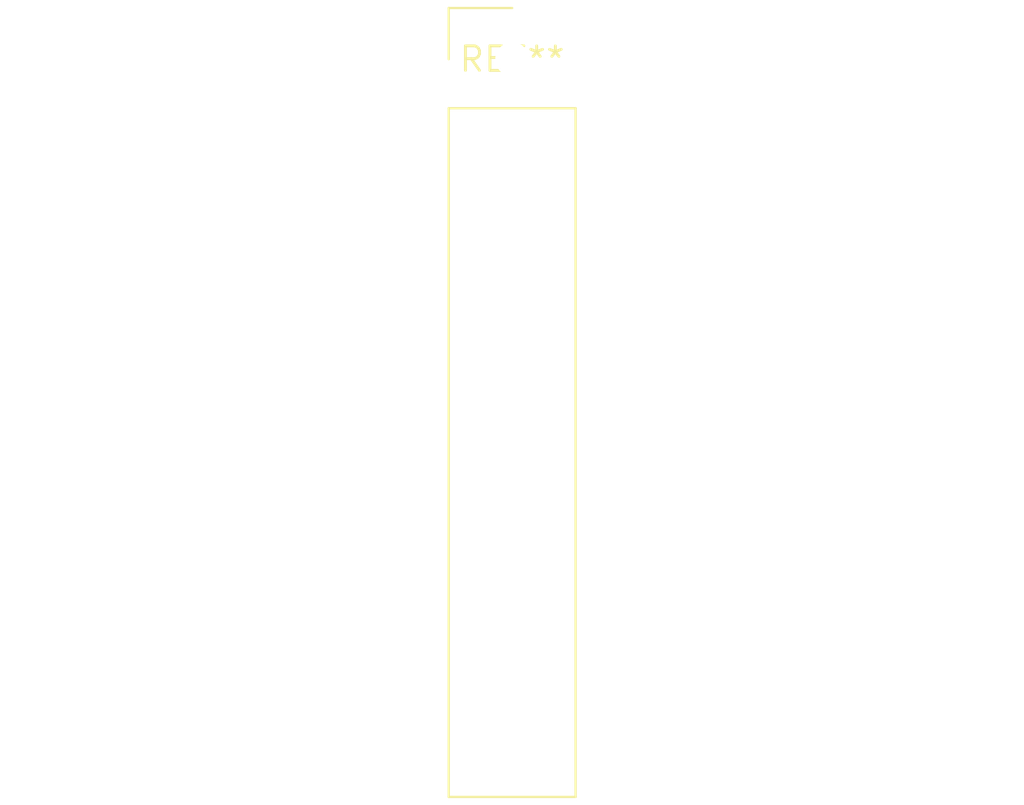
<source format=kicad_pcb>
(kicad_pcb (version 20240108) (generator pcbnew)
  (layers (0 "F.Cu" signal) (31 "B.Cu" signal) (34 "B.Paste" user) (35 "F.Paste" user) (36 "B.SilkS" user "B.Silkscreen") (37 "F.SilkS" user "F.Silkscreen") (38 "B.Mask" user) (39 "F.Mask" user) (44 "Edge.Cuts" user))
  (net 0 "")
  (footprint "Samtec_HPM-08-01-x-S_Straight_1x08_Pitch5.08mm" (layer "F.Cu") (at 0 0)
    (property "Reference" "REF**")
    (property "Value" "Samtec_HPM-08-01-x-S_Straight_1x08_Pitch5.08mm")
    (fp_line (start -3.285 -2.65) (end 0 -2.65) (layer "F.SilkS") (stroke (width 0.12)))
    (fp_line (start -3.285 0) (end -3.285 -2.65) (layer "F.SilkS") (stroke (width 0.12)))
    (fp_line (start -3.285 2.54) (end -3.285 38.21) (layer "F.SilkS") (stroke (width 0.12)))
    (fp_line (start -3.285 2.54) (end 3.285 2.54) (layer "F.SilkS") (stroke (width 0.12)))
    (fp_line (start -3.285 38.21) (end 3.285 38.21) (layer "F.SilkS") (stroke (width 0.12)))
    (fp_line (start 3.285 2.54) (end 3.285 38.21) (layer "F.SilkS") (stroke (width 0.12)))
    (pad "1" thru_hole rect (at 0 0) (size 2.8 2.8) (drill 1.75) (layers *.Cu *.Mask) (remove_unused_layers))
    (pad "2" thru_hole circle (at 0 5.08) (size 2.8 2.8) (drill 1.75) (layers *.Cu *.Mask) (remove_unused_layers))
    (pad "3" thru_hole circle (at 0 10.16) (size 2.8 2.8) (drill 1.75) (layers *.Cu *.Mask) (remove_unused_layers))
    (pad "4" thru_hole circle (at 0 15.24) (size 2.8 2.8) (drill 1.75) (layers *.Cu *.Mask) (remove_unused_layers))
    (pad "5" thru_hole circle (at 0 20.32) (size 2.8 2.8) (drill 1.75) (layers *.Cu *.Mask) (remove_unused_layers))
    (pad "6" thru_hole circle (at 0 25.4) (size 2.8 2.8) (drill 1.75) (layers *.Cu *.Mask) (remove_unused_layers))
    (pad "7" thru_hole circle (at 0 30.48) (size 2.8 2.8) (drill 1.75) (layers *.Cu *.Mask) (remove_unused_layers))
    (pad "8" thru_hole circle (at 0 35.56) (size 2.8 2.8) (drill 1.75) (layers *.Cu *.Mask) (remove_unused_layers))
  )
)
</source>
